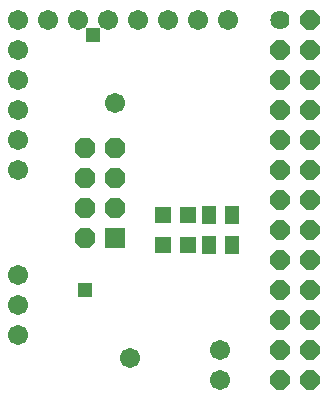
<source format=gts>
G75*
%MOIN*%
%OFA0B0*%
%FSLAX24Y24*%
%IPPOS*%
%LPD*%
%AMOC8*
5,1,8,0,0,1.08239X$1,22.5*
%
%ADD10R,0.0552X0.0552*%
%ADD11R,0.0680X0.0680*%
%ADD12OC8,0.0680*%
%ADD13R,0.0513X0.0631*%
%ADD14C,0.0640*%
%ADD15OC8,0.0640*%
%ADD16C,0.0671*%
%ADD17R,0.0476X0.0476*%
D10*
X006767Y006180D03*
X007593Y006180D03*
X007593Y007180D03*
X006767Y007180D03*
D11*
X005180Y006430D03*
D12*
X005180Y007430D03*
X005180Y008430D03*
X005180Y009430D03*
X004180Y009430D03*
X004180Y008430D03*
X004180Y007430D03*
X004180Y006430D03*
D13*
X008286Y006180D03*
X009074Y006180D03*
X009074Y007180D03*
X008286Y007180D03*
D14*
X010680Y013680D03*
D15*
X010680Y012680D03*
X010680Y011680D03*
X010680Y010680D03*
X010680Y009680D03*
X010680Y008680D03*
X010680Y007680D03*
X010680Y006680D03*
X010680Y005680D03*
X010680Y004680D03*
X010680Y003680D03*
X010680Y002680D03*
X010680Y001680D03*
X011680Y001680D03*
X011680Y002680D03*
X011680Y003680D03*
X011680Y004680D03*
X011680Y005680D03*
X011680Y006680D03*
X011680Y007680D03*
X011680Y008680D03*
X011680Y009680D03*
X011680Y010680D03*
X011680Y011680D03*
X011680Y012680D03*
X011680Y013680D03*
D16*
X001930Y003180D03*
X001930Y004180D03*
X001930Y005180D03*
X001930Y008680D03*
X001930Y009680D03*
X001930Y010680D03*
X001930Y011680D03*
X001930Y012680D03*
X001930Y013680D03*
X002930Y013680D03*
X003930Y013680D03*
X004930Y013680D03*
X005930Y013680D03*
X006930Y013680D03*
X007930Y013680D03*
X008930Y013680D03*
X005180Y010930D03*
X008680Y002680D03*
X008680Y001680D03*
X005680Y002430D03*
D17*
X004180Y004680D03*
X004430Y013180D03*
M02*

</source>
